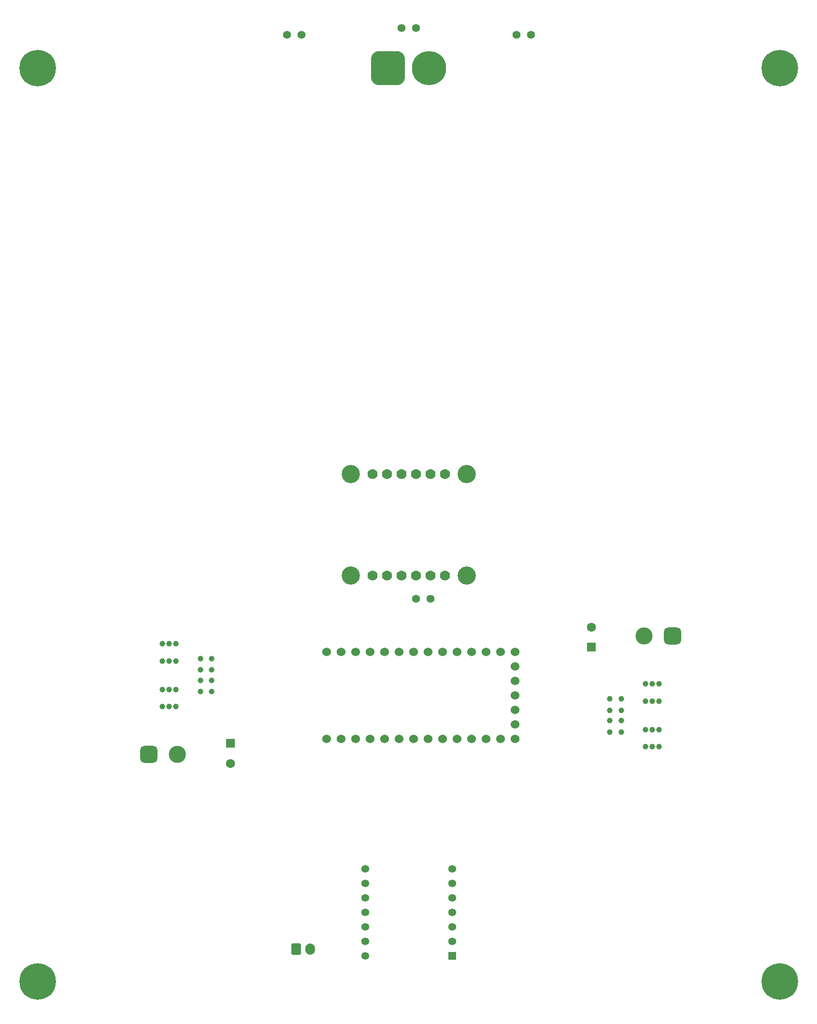
<source format=gbr>
%TF.GenerationSoftware,KiCad,Pcbnew,9.0.0*%
%TF.CreationDate,2025-06-18T15:22:37+08:00*%
%TF.ProjectId,elec,656c6563-2e6b-4696-9361-645f70636258,1*%
%TF.SameCoordinates,Original*%
%TF.FileFunction,Soldermask,Bot*%
%TF.FilePolarity,Negative*%
%FSLAX46Y46*%
G04 Gerber Fmt 4.6, Leading zero omitted, Abs format (unit mm)*
G04 Created by KiCad (PCBNEW 9.0.0) date 2025-06-18 15:22:37*
%MOMM*%
%LPD*%
G01*
G04 APERTURE LIST*
G04 Aperture macros list*
%AMRoundRect*
0 Rectangle with rounded corners*
0 $1 Rounding radius*
0 $2 $3 $4 $5 $6 $7 $8 $9 X,Y pos of 4 corners*
0 Add a 4 corners polygon primitive as box body*
4,1,4,$2,$3,$4,$5,$6,$7,$8,$9,$2,$3,0*
0 Add four circle primitives for the rounded corners*
1,1,$1+$1,$2,$3*
1,1,$1+$1,$4,$5*
1,1,$1+$1,$6,$7*
1,1,$1+$1,$8,$9*
0 Add four rect primitives between the rounded corners*
20,1,$1+$1,$2,$3,$4,$5,0*
20,1,$1+$1,$4,$5,$6,$7,0*
20,1,$1+$1,$6,$7,$8,$9,0*
20,1,$1+$1,$8,$9,$2,$3,0*%
G04 Aperture macros list end*
%ADD10C,6.400000*%
%ADD11C,1.400000*%
%ADD12R,1.600000X1.600000*%
%ADD13C,1.600000*%
%ADD14RoundRect,0.750000X-0.750000X-0.750000X0.750000X-0.750000X0.750000X0.750000X-0.750000X0.750000X0*%
%ADD15C,3.000000*%
%ADD16C,1.000000*%
%ADD17RoundRect,0.250000X-0.600000X-0.750000X0.600000X-0.750000X0.600000X0.750000X-0.600000X0.750000X0*%
%ADD18O,1.700000X2.000000*%
%ADD19C,1.778000*%
%ADD20C,3.200000*%
%ADD21RoundRect,0.750000X0.750000X0.750000X-0.750000X0.750000X-0.750000X-0.750000X0.750000X-0.750000X0*%
%ADD22R,1.358000X1.358000*%
%ADD23C,1.358000*%
%ADD24C,1.530000*%
%ADD25RoundRect,1.500000X-1.500000X-1.500000X1.500000X-1.500000X1.500000X1.500000X-1.500000X1.500000X0*%
%ADD26C,6.000000*%
G04 APERTURE END LIST*
D10*
%TO.C,H3*%
X133500000Y-227250001D03*
%TD*%
%TO.C,H4*%
X263500000Y-227250000D03*
%TD*%
D11*
%TO.C,TP3*%
X217400000Y-61400001D03*
X219940000Y-61400001D03*
%TD*%
D10*
%TO.C,H2*%
X263500000Y-67250001D03*
%TD*%
D11*
%TO.C,TP4*%
X177150000Y-61400001D03*
X179690000Y-61400001D03*
%TD*%
D12*
%TO.C,C10*%
X230500709Y-168703357D03*
D13*
X230500709Y-165203357D03*
%TD*%
D12*
%TO.C,C9*%
X167250001Y-185547349D03*
D13*
X167250001Y-189047349D03*
%TD*%
D14*
%TO.C,U6*%
X153000001Y-187500001D03*
D15*
X158000001Y-187500001D03*
%TD*%
D16*
%TO.C,U7*%
X233750709Y-177750706D03*
X233750709Y-179750706D03*
X233750709Y-181550706D03*
X233750709Y-183550706D03*
X235750709Y-177750706D03*
X235750709Y-179750706D03*
X235750709Y-181550706D03*
X235750709Y-183550706D03*
X240000709Y-175150706D03*
X240000709Y-178150707D03*
X241200709Y-175150706D03*
X241200709Y-178150706D03*
X242400709Y-175150706D03*
X242400709Y-178150706D03*
X240000709Y-183150705D03*
X240000709Y-186150706D03*
X241200709Y-183150706D03*
X241200709Y-186150706D03*
X242400709Y-183150706D03*
X242400709Y-186150706D03*
%TD*%
D10*
%TO.C,H1*%
X133500000Y-67250000D03*
%TD*%
D17*
%TO.C,SW2*%
X178750001Y-221575001D03*
D18*
X181250001Y-221575001D03*
%TD*%
D19*
%TO.C,U3*%
X192150000Y-156140001D03*
X194690000Y-156140001D03*
X197230000Y-156140001D03*
X199770000Y-156140001D03*
X202310000Y-156140001D03*
X204850000Y-156140001D03*
X192150000Y-138360001D03*
X194690000Y-138360001D03*
X197230000Y-138360001D03*
X199770000Y-138360001D03*
X202310000Y-138360001D03*
X204850000Y-138360001D03*
D20*
X188340000Y-138360001D03*
X208660000Y-138360001D03*
X188340000Y-156140001D03*
X208660000Y-156140001D03*
%TD*%
D11*
%TO.C,TP5*%
X199790000Y-160235001D03*
X202330000Y-160235001D03*
%TD*%
D21*
%TO.C,U8*%
X244750708Y-166750706D03*
D15*
X239750708Y-166750706D03*
%TD*%
D22*
%TO.C,U9*%
X206120000Y-222806501D03*
D23*
X206120000Y-220266501D03*
X206120000Y-217726501D03*
X206120000Y-215186501D03*
X206120000Y-212646501D03*
X206120000Y-210106501D03*
X206120000Y-207566501D03*
X190880000Y-207566501D03*
X190880000Y-210106501D03*
X190880000Y-212646501D03*
X190880000Y-215186501D03*
X190880000Y-217726501D03*
X190880000Y-220266501D03*
X190880000Y-222806501D03*
%TD*%
D11*
%TO.C,TP2*%
X197250000Y-60250001D03*
X199790000Y-60250001D03*
%TD*%
D16*
%TO.C,U5*%
X164000001Y-176500001D03*
X164000001Y-174500001D03*
X164000001Y-172700001D03*
X164000001Y-170700001D03*
X162000001Y-176500001D03*
X162000001Y-174500001D03*
X162000001Y-172700001D03*
X162000001Y-170700001D03*
X157750001Y-179100001D03*
X157750001Y-176100000D03*
X156550001Y-179100001D03*
X156550001Y-176100001D03*
X155350001Y-179100001D03*
X155350001Y-176100001D03*
X157750001Y-171100002D03*
X157750001Y-168100001D03*
X156550001Y-171100001D03*
X156550001Y-168100001D03*
X155350001Y-171100001D03*
X155350001Y-168100001D03*
%TD*%
D24*
%TO.C,A1*%
X186630000Y-184740001D03*
X189170000Y-184740001D03*
X191710000Y-184740001D03*
X194250000Y-184740001D03*
X217110000Y-179660001D03*
X189170000Y-169500001D03*
X196790000Y-184740001D03*
X199330000Y-184740001D03*
X201870000Y-184740001D03*
X204410000Y-184740001D03*
X206950000Y-184740001D03*
X209490000Y-184740001D03*
X212030000Y-184740001D03*
X214570000Y-184740001D03*
X217110000Y-184740001D03*
X217110000Y-169500001D03*
X214570000Y-169500001D03*
X212030000Y-169500001D03*
X209490000Y-169500001D03*
X206950000Y-169500001D03*
X204410000Y-169500001D03*
X201870000Y-169500001D03*
X199330000Y-169500001D03*
X196790000Y-169500001D03*
X194250000Y-169500001D03*
X191710000Y-169500001D03*
X184090000Y-184740001D03*
X217110000Y-177120001D03*
X186630000Y-169500001D03*
X217110000Y-172040002D03*
X217110000Y-174580001D03*
X217110000Y-182200000D03*
X184090000Y-169500001D03*
%TD*%
D25*
%TO.C,J1*%
X194900000Y-67250001D03*
D26*
X202100000Y-67250001D03*
%TD*%
M02*

</source>
